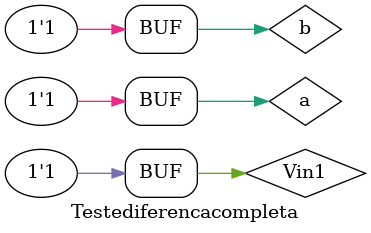
<source format=v>

module meiadife (s, V1, a, b);

output s, V1;
input b, a;

xor XOR1 (s, a, b);
and AND1 (V1, ~a, b);

endmodule

module diferencacomp (s1, Vout, Vin, a1, b1);

output s1, Vout; 
input a1, b1, Vin;
wire temp1, temp2, temp3;

meiadife meiadife1 (temp1, temp2, a1, b1);
meiadife meiadife2 (s1, temp3, temp1, Vin);
or OR1 (Vout, t3, t2);
endmodule
module Testediferencacompleta;

reg a, b, Vin1;
wire s2, Vout2;

diferencacomp diferencacomp1 (s2, Vout2, Vin1, a, b);

 initial begin
      $display("\na  b  Vin   V1  s\n");
      $monitor("%b  %b   %b    %b    %b", a, b, Vin1, Vout2, s2);
  
	     a=0; b=0; Vin1 =0;
    #1  a=0; b=0; Vin1 =1; 
    #1  a=0; b=1; Vin1 =0;
    #1  a=0; b=1; Vin1 =1; 
	 #1  a=1; b=0; Vin1 =0;
    #1  a=1; b=0; Vin1 =1; 
    #1  a=1; b=1; Vin1 =0;
    #1  a=1; b=1; Vin1 =1; 
	  
    end
 endmodule

</source>
